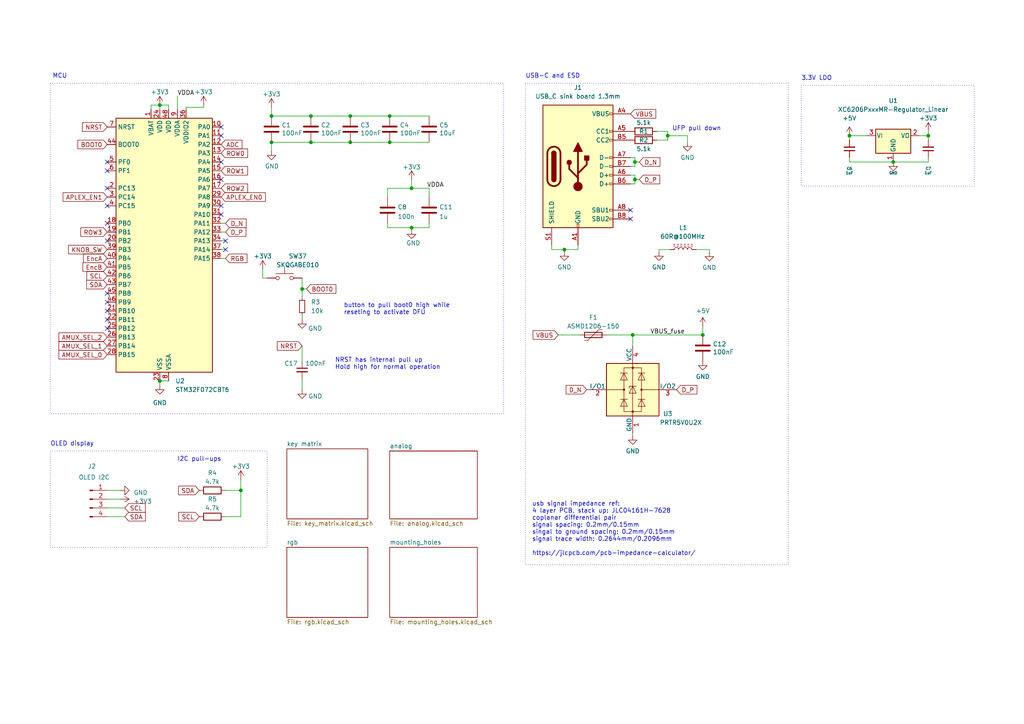
<source format=kicad_sch>
(kicad_sch (version 20230121) (generator eeschema)
  (paper "A4")
  (title_block (title "Le Capybara") (date "2023-08-22") (rev "0.1") (company "sporkus"))
  (lib_symbols
    (symbol "+5V_1" (power) (pin_names (offset 0))
      (property "Value" "+5V_1" (at 0 3.556 0))
      (symbol "+5V_1_0_1"
        (polyline (pts (xy -0.762 1.27) (xy 0 2.54)))
        (polyline (pts (xy 0 0) (xy 0 2.54)))
        (polyline (pts (xy 0 2.54) (xy 0.762 1.27)))
      )
      (symbol "+5V_1_1_1"
        (pin power_in line (at 0 0 90) (length 0) hide (name "+5V") (number "1"))
      )
    )
    (symbol "Connector:Conn_01x04_Pin" (pin_names (offset 1.016) hide)
      (property "Reference" "J" (at 0 5.08 0))
      (property "Value" "Conn_01x04_Pin" (at 0 -7.62 0))
      (symbol "Conn_01x04_Pin_1_1"
        (polyline (pts (xy 1.27 -5.08) (xy 0.8636 -5.08)) (stroke (width 0.1524)))
        (polyline (pts (xy 1.27 -2.54) (xy 0.8636 -2.54)) (stroke (width 0.1524)))
        (polyline (pts (xy 1.27 0) (xy 0.8636 0)) (stroke (width 0.1524)))
        (polyline (pts (xy 1.27 2.54) (xy 0.8636 2.54)) (stroke (width 0.1524)))
        (rectangle (start 0.8636 -4.953) (end 0 -5.207) (stroke (width 0.1524)) (fill (type outline)))
        (rectangle (start 0.8636 -2.413) (end 0 -2.667) (stroke (width 0.1524)) (fill (type outline)))
        (rectangle (start 0.8636 0.127) (end 0 -0.127) (stroke (width 0.1524)) (fill (type outline)))
        (rectangle (start 0.8636 2.667) (end 0 2.413) (stroke (width 0.1524)) (fill (type outline)))
        (pin passive line (at 5.08 2.54 180) (length 3.81) (name "Pin_1") (number "1"))
        (pin passive line (at 5.08 0 180) (length 3.81) (name "Pin_2") (number "2"))
        (pin passive line (at 5.08 -2.54 180) (length 3.81) (name "Pin_3") (number "3"))
        (pin passive line (at 5.08 -5.08 180) (length 3.81) (name "Pin_4") (number "4"))
      )
    )
    (symbol "Connector:USB_C_Receptacle_USB2.0" (pin_names (offset 1.016))
      (property "Reference" "J" (at -10.16 19.05 0))
      (property "Value" "USB_C_Receptacle_USB2.0" (at 19.05 19.05 0))
      (symbol "USB_C_Receptacle_USB2.0_0_0"
        (rectangle (start -0.254 -17.78) (end 0.254 -16.764))
        (rectangle (start 10.16 -14.986) (end 9.144 -15.494))
        (rectangle (start 10.16 -12.446) (end 9.144 -12.954))
        (rectangle (start 10.16 -4.826) (end 9.144 -5.334))
        (rectangle (start 10.16 -2.286) (end 9.144 -2.794))
        (rectangle (start 10.16 0.254) (end 9.144 -0.254))
        (rectangle (start 10.16 2.794) (end 9.144 2.286))
        (rectangle (start 10.16 7.874) (end 9.144 7.366))
        (rectangle (start 10.16 10.414) (end 9.144 9.906))
        (rectangle (start 10.16 15.494) (end 9.144 14.986))
      )
      (symbol "USB_C_Receptacle_USB2.0_0_1"
        (rectangle (start -10.16 17.78) (end 10.16 -17.78) (stroke (width 0.254)) (fill (type background)))
        (arc (start -8.89 -3.81) (mid -6.985 -5.7067) (end -5.08 -3.81) (stroke (width 0.508)))
        (arc (start -7.62 -3.81) (mid -6.985 -4.4423) (end -6.35 -3.81) (stroke (width 0.254)))
        (arc (start -7.62 -3.81) (mid -6.985 -4.4423) (end -6.35 -3.81) (stroke (width 0.254)) (fill (type outline)))
        (rectangle (start -7.62 -3.81) (end -6.35 3.81) (stroke (width 0.254)) (fill (type outline)))
        (arc (start -6.35 3.81) (mid -6.985 4.4423) (end -7.62 3.81) (stroke (width 0.254)))
        (arc (start -6.35 3.81) (mid -6.985 4.4423) (end -7.62 3.81) (stroke (width 0.254)) (fill (type outline)))
        (arc (start -5.08 3.81) (mid -6.985 5.7067) (end -8.89 3.81) (stroke (width 0.508)))
        (circle (center -2.54 1.143) (radius 0.635) (stroke (width 0.254)) (fill (type outline)))
        (circle (center 0 -5.842) (radius 1.27) (fill (type outline)))
        (polyline (pts (xy -8.89 -3.81) (xy -8.89 3.81)) (stroke (width 0.508)))
        (polyline (pts (xy -5.08 3.81) (xy -5.08 -3.81)) (stroke (width 0.508)))
        (polyline (pts (xy 0 -5.842) (xy 0 4.318)) (stroke (width 0.508)))
        (polyline (pts (xy 0 -3.302) (xy -2.54 -0.762) (xy -2.54 0.508)) (stroke (width 0.508)))
        (polyline (pts (xy 0 -2.032) (xy 2.54 0.508) (xy 2.54 1.778)) (stroke (width 0.508)))
        (polyline (pts (xy -1.27 4.318) (xy 0 6.858) (xy 1.27 4.318) (xy -1.27 4.318)) (stroke (width 0.254)) (fill (type outline)))
        (rectangle (start 1.905 1.778) (end 3.175 3.048) (stroke (width 0.254)) (fill (type outline)))
      )
      (symbol "USB_C_Receptacle_USB2.0_1_1"
        (pin passive line (at 0 -22.86 90) (length 5.08) (name "GND") (number "A1"))
        (pin passive line (at 0 -22.86 90) (length 5.08) hide (name "GND") (number "A12"))
        (pin passive line (at 15.24 15.24 180) (length 5.08) (name "VBUS") (number "A4"))
        (pin bidirectional line (at 15.24 10.16 180) (length 5.08) (name "CC1") (number "A5"))
        (pin bidirectional line (at 15.24 -2.54 180) (length 5.08) (name "D+") (number "A6"))
        (pin bidirectional line (at 15.24 2.54 180) (length 5.08) (name "D-") (number "A7"))
        (pin bidirectional line (at 15.24 -12.7 180) (length 5.08) (name "SBU1") (number "A8"))
        (pin passive line (at 15.24 15.24 180) (length 5.08) hide (name "VBUS") (number "A9"))
        (pin passive line (at 0 -22.86 90) (length 5.08) hide (name "GND") (number "B1"))
        (pin passive line (at 0 -22.86 90) (length 5.08) hide (name "GND") (number "B12"))
        (pin passive line (at 15.24 15.24 180) (length 5.08) hide (name "VBUS") (number "B4"))
        (pin bidirectional line (at 15.24 7.62 180) (length 5.08) (name "CC2") (number "B5"))
        (pin bidirectional line (at 15.24 -5.08 180) (length 5.08) (name "D+") (number "B6"))
        (pin bidirectional line (at 15.24 0 180) (length 5.08) (name "D-") (number "B7"))
        (pin bidirectional line (at 15.24 -15.24 180) (length 5.08) (name "SBU2") (number "B8"))
        (pin passive line (at 15.24 15.24 180) (length 5.08) hide (name "VBUS") (number "B9"))
        (pin passive line (at -7.62 -22.86 90) (length 5.08) (name "SHIELD") (number "S1"))
      )
    )
    (symbol "Device:C" (pin_numbers hide) (pin_names (offset 0.254))
      (property "Reference" "C" (at 0.635 2.54 0))
      (property "Value" "C" (at 0.635 -2.54 0))
      (symbol "C_0_1"
        (polyline (pts (xy -2.032 -0.762) (xy 2.032 -0.762)) (stroke (width 0.508)))
        (polyline (pts (xy -2.032 0.762) (xy 2.032 0.762)) (stroke (width 0.508)))
      )
      (symbol "C_1_1"
        (pin passive line (at 0 3.81 270) (length 2.794) (name "~") (number "1"))
        (pin passive line (at 0 -3.81 90) (length 2.794) (name "~") (number "2"))
      )
    )
    (symbol "Device:C_Small" (pin_numbers hide) (pin_names (offset 0.254) hide)
      (property "Reference" "C" (at 0.254 1.778 0))
      (property "Value" "C_Small" (at 0.254 -2.032 0))
      (symbol "C_Small_0_1"
        (polyline (pts (xy -1.524 -0.508) (xy 1.524 -0.508)) (stroke (width 0.3302)))
        (polyline (pts (xy -1.524 0.508) (xy 1.524 0.508)) (stroke (width 0.3048)))
      )
      (symbol "C_Small_1_1"
        (pin passive line (at 0 2.54 270) (length 2.032) (name "~") (number "1"))
        (pin passive line (at 0 -2.54 90) (length 2.032) (name "~") (number "2"))
      )
    )
    (symbol "Device:Polyfuse" (pin_numbers hide) (pin_names (offset 0))
      (property "Reference" "F" (at -2.54 0 90))
      (property "Value" "Polyfuse" (at 2.54 0 90))
      (symbol "Polyfuse_0_1"
        (rectangle (start -0.762 2.54) (end 0.762 -2.54) (stroke (width 0.254)))
        (polyline (pts (xy 0 2.54) (xy 0 -2.54)))
        (polyline (pts (xy -1.524 2.54) (xy -1.524 1.524) (xy 1.524 -1.524) (xy 1.524 -2.54)))
      )
      (symbol "Polyfuse_1_1"
        (pin passive line (at 0 3.81 270) (length 1.27) (name "~") (number "1"))
        (pin passive line (at 0 -3.81 90) (length 1.27) (name "~") (number "2"))
      )
    )
    (symbol "Device:R" (pin_numbers hide) (pin_names (offset 0))
      (property "Reference" "R" (at 2.032 0 90))
      (property "Value" "R" (at 0 0 90))
      (symbol "R_0_1"
        (rectangle (start -1.016 -2.54) (end 1.016 2.54) (stroke (width 0.254)))
      )
      (symbol "R_1_1"
        (pin passive line (at 0 3.81 270) (length 1.27) (name "~") (number "1"))
        (pin passive line (at 0 -3.81 90) (length 1.27) (name "~") (number "2"))
      )
    )
    (symbol "Device:R_Small" (pin_numbers hide) (pin_names (offset 0.254) hide)
      (property "Reference" "R" (at 0.762 0.508 0))
      (property "Value" "R_Small" (at 0.762 -1.016 0))
      (symbol "R_Small_0_1"
        (rectangle (start -0.762 1.778) (end 0.762 -1.778) (stroke (width 0.2032)))
      )
      (symbol "R_Small_1_1"
        (pin passive line (at 0 2.54 270) (length 0.762) (name "~") (number "1"))
        (pin passive line (at 0 -2.54 90) (length 0.762) (name "~") (number "2"))
      )
    )
    (symbol "MCU_ST_STM32F0:STM32F072CBTx"
      (property "Reference" "U" (at -12.7 39.37 0))
      (property "Value" "STM32F072CBTx" (at 10.16 39.37 0))
      (symbol "STM32F072CBTx_0_1"
        (rectangle (start -12.7 -35.56) (end 15.24 38.1) (stroke (width 0.254)) (fill (type background)))
      )
      (symbol "STM32F072CBTx_1_1"
        (pin power_in line (at -2.54 40.64 270) (length 2.54) (name "VBAT") (number "1"))
        (pin bidirectional line (at 17.78 35.56 180) (length 2.54) (name "PA0") (number "10"))
        (pin bidirectional line (at 17.78 33.02 180) (length 2.54) (name "PA1") (number "11"))
        (pin bidirectional line (at 17.78 30.48 180) (length 2.54) (name "PA2") (number "12"))
        (pin bidirectional line (at 17.78 27.94 180) (length 2.54) (name "PA3") (number "13"))
        (pin bidirectional line (at 17.78 25.4 180) (length 2.54) (name "PA4") (number "14"))
        (pin bidirectional line (at 17.78 22.86 180) (length 2.54) (name "PA5") (number "15"))
        (pin bidirectional line (at 17.78 20.32 180) (length 2.54) (name "PA6") (number "16"))
        (pin bidirectional line (at 17.78 17.78 180) (length 2.54) (name "PA7") (number "17"))
        (pin bidirectional line (at -15.24 7.62 0) (length 2.54) (name "PB0") (number "18"))
        (pin bidirectional line (at -15.24 5.08 0) (length 2.54) (name "PB1") (number "19"))
        (pin bidirectional line (at -15.24 17.78 0) (length 2.54) (name "PC13") (number "2"))
        (pin bidirectional line (at -15.24 2.54 0) (length 2.54) (name "PB2") (number "20"))
        (pin bidirectional line (at -15.24 -17.78 0) (length 2.54) (name "PB10") (number "21"))
        (pin bidirectional line (at -15.24 -20.32 0) (length 2.54) (name "PB11") (number "22"))
        (pin power_in line (at 0 -38.1 90) (length 2.54) (name "VSS") (number "23"))
        (pin power_in line (at 0 40.64 270) (length 2.54) (name "VDD") (number "24"))
        (pin bidirectional line (at -15.24 -22.86 0) (length 2.54) (name "PB12") (number "25"))
        (pin bidirectional line (at -15.24 -25.4 0) (length 2.54) (name "PB13") (number "26"))
        (pin bidirectional line (at -15.24 -27.94 0) (length 2.54) (name "PB14") (number "27"))
        (pin bidirectional line (at -15.24 -30.48 0) (length 2.54) (name "PB15") (number "28"))
        (pin bidirectional line (at 17.78 15.24 180) (length 2.54) (name "PA8") (number "29"))
        (pin bidirectional line (at -15.24 15.24 0) (length 2.54) (name "PC14") (number "3"))
        (pin bidirectional line (at 17.78 12.7 180) (length 2.54) (name "PA9") (number "30"))
        (pin bidirectional line (at 17.78 10.16 180) (length 2.54) (name "PA10") (number "31"))
        (pin bidirectional line (at 17.78 7.62 180) (length 2.54) (name "PA11") (number "32"))
        (pin bidirectional line (at 17.78 5.08 180) (length 2.54) (name "PA12") (number "33"))
        (pin bidirectional line (at 17.78 2.54 180) (length 2.54) (name "PA13") (number "34"))
        (pin passive line (at 0 -38.1 90) (length 2.54) hide (name "VSS") (number "35"))
        (pin power_in line (at 7.62 40.64 270) (length 2.54) (name "VDDIO2") (number "36"))
        (pin bidirectional line (at 17.78 0 180) (length 2.54) (name "PA14") (number "37"))
        (pin bidirectional line (at 17.78 -2.54 180) (length 2.54) (name "PA15") (number "38"))
        (pin bidirectional line (at -15.24 0 0) (length 2.54) (name "PB3") (number "39"))
        (pin bidirectional line (at -15.24 12.7 0) (length 2.54) (name "PC15") (number "4"))
        (pin bidirectional line (at -15.24 -2.54 0) (length 2.54) (name "PB4") (number "40"))
        (pin bidirectional line (at -15.24 -5.08 0) (length 2.54) (name "PB5") (number "41"))
        (pin bidirectional line (at -15.24 -7.62 0) (length 2.54) (name "PB6") (number "42"))
        (pin bidirectional line (at -15.24 -10.16 0) (length 2.54) (name "PB7") (number "43"))
        (pin input line (at -15.24 30.48 0) (length 2.54) (name "BOOT0") (number "44"))
        (pin bidirectional line (at -15.24 -12.7 0) (length 2.54) (name "PB8") (number "45"))
        (pin bidirectional line (at -15.24 -15.24 0) (length 2.54) (name "PB9") (number "46"))
        (pin passive line (at 0 -38.1 90) (length 2.54) hide (name "VSS") (number "47"))
        (pin power_in line (at 2.54 40.64 270) (length 2.54) (name "VDD") (number "48"))
        (pin bidirectional line (at -15.24 25.4 0) (length 2.54) (name "PF0") (number "5"))
        (pin bidirectional line (at -15.24 22.86 0) (length 2.54) (name "PF1") (number "6"))
        (pin input line (at -15.24 35.56 0) (length 2.54) (name "NRST") (number "7"))
        (pin power_in line (at 2.54 -38.1 90) (length 2.54) (name "VSSA") (number "8"))
        (pin power_in line (at 5.08 40.64 270) (length 2.54) (name "VDDA") (number "9"))
      )
    )
    (symbol "Power_Protection:PRTR5V0U2X" (pin_names (offset 0))
      (property "Reference" "D" (at 2.794 8.636 0))
      (property "Value" "PRTR5V0U2X" (at 8.128 -9.398 0))
      (symbol "PRTR5V0U2X_0_1"
        (rectangle (start -7.62 -7.62) (end 7.62 7.62) (stroke (width 0.254)) (fill (type background)))
        (circle (center -2.54 0) (radius 0.254) (fill (type outline)))
        (rectangle (start -2.54 6.35) (end 2.54 -6.35))
        (circle (center 0 -6.35) (radius 0.254) (fill (type outline)))
        (polyline (pts (xy -2.54 0) (xy -7.62 0)))
        (polyline (pts (xy -1.524 -2.794) (xy -3.556 -2.794)))
        (polyline (pts (xy -1.524 4.826) (xy -3.556 4.826)))
        (polyline (pts (xy 0 -7.62) (xy 0 7.62)))
        (polyline (pts (xy 1.524 -2.794) (xy 3.556 -2.794)))
        (polyline (pts (xy 1.524 4.826) (xy 3.556 4.826)))
        (polyline (pts (xy 2.54 0) (xy 7.62 0)))
        (polyline (pts (xy 1.016 1.016) (xy -1.016 1.016) (xy -1.016 0.508)))
        (polyline (pts (xy -3.556 -4.826) (xy -1.524 -4.826) (xy -2.54 -2.794) (xy -3.556 -4.826)))
        (polyline (pts (xy -3.556 2.794) (xy -1.524 2.794) (xy -2.54 4.826) (xy -3.556 2.794)))
        (polyline (pts (xy -1.016 -1.016) (xy 1.016 -1.016) (xy 0 1.016) (xy -1.016 -1.016)))
        (polyline (pts (xy 3.556 -4.826) (xy 1.524 -4.826) (xy 2.54 -2.794) (xy 3.556 -4.826)))
        (polyline (pts (xy 3.556 2.794) (xy 1.524 2.794) (xy 2.54 4.826) (xy 3.556 2.794)))
        (circle (center 0 6.35) (radius 0.254) (fill (type outline)))
        (circle (center 2.54 0) (radius 0.254) (fill (type outline)))
      )
      (symbol "PRTR5V0U2X_1_1"
        (pin passive line (at 0 -12.7 90) (length 5.08) (name "GND") (number "1"))
        (pin passive line (at -12.7 0 0) (length 5.08) (name "I/O1") (number "2"))
        (pin passive line (at 12.7 0 180) (length 5.08) (name "I/O2") (number "3"))
        (pin passive line (at 0 12.7 270) (length 5.08) (name "VCC") (number "4"))
      )
    )
    (symbol "Switch:SW_Push" (pin_numbers hide) (pin_names (offset 1.016) hide)
      (property "Reference" "SW" (at 1.27 2.54 0))
      (property "Value" "SW_Push" (at 0 -1.524 0))
      (symbol "SW_Push_0_1"
        (circle (center -2.032 0) (radius 0.508))
        (polyline (pts (xy 0 1.27) (xy 0 3.048)))
        (polyline (pts (xy 2.54 1.27) (xy -2.54 1.27)))
        (circle (center 2.032 0) (radius 0.508))
        (pin passive line (at -5.08 0 0) (length 2.54) (name "1") (number "1"))
        (pin passive line (at 5.08 0 180) (length 2.54) (name "2") (number "2"))
      )
    )
    (symbol "Unified-Daughterboard-rescue:L_Core_Ferrite-Device" (pin_numbers hide) (pin_names (offset 1.016) hide)
      (property "Reference" "L" (at -1.27 0 90))
      (property "Value" "Device_L_Core_Ferrite" (at 2.794 0 90))
      (symbol "L_Core_Ferrite-Device_0_1"
        (arc (start 0 -2.54) (mid 0.6323 -1.905) (end 0 -1.27))
        (arc (start 0 -1.27) (mid 0.6323 -0.635) (end 0 0))
        (polyline (pts (xy 1.016 -2.794) (xy 1.016 -2.286)))
        (polyline (pts (xy 1.016 -1.778) (xy 1.016 -1.27)))
        (polyline (pts (xy 1.016 -0.762) (xy 1.016 -0.254)))
        (polyline (pts (xy 1.016 0.254) (xy 1.016 0.762)))
        (polyline (pts (xy 1.016 1.27) (xy 1.016 1.778)))
        (polyline (pts (xy 1.016 2.286) (xy 1.016 2.794)))
        (polyline (pts (xy 1.524 -2.286) (xy 1.524 -2.794)))
        (polyline (pts (xy 1.524 -1.27) (xy 1.524 -1.778)))
        (polyline (pts (xy 1.524 -0.254) (xy 1.524 -0.762)))
        (polyline (pts (xy 1.524 0.762) (xy 1.524 0.254)))
        (polyline (pts (xy 1.524 1.778) (xy 1.524 1.27)))
        (polyline (pts (xy 1.524 2.794) (xy 1.524 2.286)))
        (arc (start 0 0) (mid 0.6323 0.635) (end 0 1.27))
        (arc (start 0 1.27) (mid 0.6323 1.905) (end 0 2.54))
      )
      (symbol "L_Core_Ferrite-Device_1_1"
        (pin passive line (at 0 3.81 270) (length 1.27) (name "1") (number "1"))
        (pin passive line (at 0 -3.81 90) (length 1.27) (name "2") (number "2"))
      )
    )
    (symbol "kicad-keyboard-parts:XC6206PxxxMR-Regulator_Linear" (pin_names (offset 0.254))
      (property "Reference" "U" (at -3.81 3.175 0))
      (property "Value" "XC6206PxxxMR-Regulator_Linear" (at 0 3.175 0))
      (property "LCSC" "C5446" (at 0 0 0))
      (symbol "XC6206PxxxMR-Regulator_Linear_0_1"
        (rectangle (start -5.08 1.905) (end 5.08 -5.08) (stroke (width 0.254)) (fill (type background)))
      )
      (symbol "XC6206PxxxMR-Regulator_Linear_1_1"
        (pin power_in line (at 0 -7.62 90) (length 2.54) (name "GND") (number "1"))
        (pin power_out line (at 7.62 0 180) (length 2.54) (name "VO") (number "2"))
        (pin power_in line (at -7.62 0 0) (length 2.54) (name "VI") (number "3"))
      )
    )
    (symbol "power:+3.3V" (power) (pin_names (offset 0))
      (property "Value" "+3.3V" (at 0 3.556 0))
      (symbol "+3.3V_0_1"
        (polyline (pts (xy -0.762 1.27) (xy 0 2.54)))
        (polyline (pts (xy 0 0) (xy 0 2.54)))
        (polyline (pts (xy 0 2.54) (xy 0.762 1.27)))
      )
      (symbol "+3.3V_1_1"
        (pin power_in line (at 0 0 90) (length 0) hide (name "+3V3") (number "1"))
      )
    )
    (symbol "power:+3V3" (power) (pin_names (offset 0))
      (property "Value" "+3V3" (at 0 3.556 0))
      (symbol "+3V3_0_1"
        (polyline (pts (xy -0.762 1.27) (xy 0 2.54)))
        (polyline (pts (xy 0 0) (xy 0 2.54)))
        (polyline (pts (xy 0 2.54) (xy 0.762 1.27)))
      )
      (symbol "+3V3_1_1"
        (pin power_in line (at 0 0 90) (length 0) hide (name "+3V3") (number "1"))
      )
    )
    (symbol "power:+5V" (power) (pin_names (offset 0))
      (property "Value" "+5V" (at 0 3.556 0))
      (symbol "+5V_0_1"
        (polyline (pts (xy -0.762 1.27) (xy 0 2.54)))
        (polyline (pts (xy 0 0) (xy 0 2.54)))
        (polyline (pts (xy 0 2.54) (xy 0.762 1.27)))
      )
      (symbol "+5V_1_1"
        (pin power_in line (at 0 0 90) (length 0) hide (name "+5V") (number "1"))
      )
    )
    (symbol "power:GND" (power) (pin_names (offset 0))
      (property "Value" "GND" (at 0 -3.81 0))
      (symbol "GND_0_1"
        (polyline (pts (xy 0 0) (xy 0 -1.27) (xy 1.27 -1.27) (xy 0 -2.54) (xy -1.27 -1.27) (xy 0 -1.27)))
      )
      (symbol "GND_1_1"
        (pin power_in line (at 0 0 270) (length 0) hide (name "GND") (number "1"))
      )
    )
  )
  (junction (at 46.355 110.49))
  (junction (at 119.38 54.61))
  (junction (at 113.03 33.655))
  (junction (at 46.355 30.48))
  (junction (at 269.24 39.37))
  (junction (at 90.17 33.655))
  (junction (at 184.15 52.07))
  (junction (at 184.15 46.99))
  (junction (at 193.675 39.37))
  (junction (at 101.6 33.655))
  (junction (at 259.08 46.99) (diameter 0.9144))
  (junction (at 203.835 97.155))
  (junction (at 69.85 142.24))
  (junction (at 183.515 97.155))
  (junction (at 163.703 72.39))
  (junction (at 90.17 41.275))
  (junction (at 119.38 66.04))
  (junction (at 78.74 41.275))
  (junction (at 87.63 83.82))
  (junction (at 78.74 33.655))
  (junction (at 101.6 41.275))
  (junction (at 246.38 39.37) (diameter 0.9144))
  (junction (at 113.03 41.275))
  (no_connect (at 31.115 69.85))
  (no_connect (at 64.135 39.37))
  (no_connect (at 64.135 46.99))
  (no_connect (at 31.115 49.53))
  (no_connect (at 64.135 52.07))
  (no_connect (at 31.115 87.63))
  (no_connect (at 31.115 54.61))
  (no_connect (at 31.115 95.25))
  (no_connect (at 64.135 59.69))
  (no_connect (at 65.405 69.85))
  (no_connect (at 64.135 36.83))
  (no_connect (at 182.88 60.96))
  (no_connect (at 31.115 90.17))
  (no_connect (at 31.115 64.77))
  (no_connect (at 31.115 46.99))
  (no_connect (at 31.115 59.69))
  (no_connect (at 65.405 72.39))
  (no_connect (at 31.115 92.71))
  (no_connect (at 31.115 85.09))
  (no_connect (at 64.135 62.23))
  (no_connect (at 182.88 63.5))
  (wire (pts (xy 46.355 111.76) (xy 46.355 110.49)))
  (wire (pts (xy 87.63 91.44) (xy 87.63 92.71)))
  (wire (pts (xy 76.2 80.645) (xy 76.2 78.105)))
  (wire (pts (xy 34.925 142.24) (xy 31.115 142.24)))
  (wire (pts (xy 259.08 46.99) (xy 269.24 46.99)))
  (wire (pts (xy 269.24 38.1) (xy 269.24 39.37)))
  (wire (pts (xy 184.15 45.72) (xy 184.15 46.99)))
  (wire (pts (xy 90.17 33.655) (xy 78.74 33.655)))
  (wire (pts (xy 101.6 41.275) (xy 113.03 41.275)))
  (wire (pts (xy 124.46 64.77) (xy 124.46 66.04)))
  (wire (pts (xy 205.74 72.39) (xy 201.93 72.39)))
  (wire (pts (xy 119.38 66.04) (xy 124.46 66.04)))
  (wire (pts (xy 161.925 97.155) (xy 168.275 97.155)))
  (wire (pts (xy 46.355 30.48) (xy 48.895 30.48)))
  (wire (pts (xy 193.675 39.37) (xy 193.675 38.1)))
  (wire (pts (xy 87.63 80.645) (xy 87.63 83.82)))
  (wire (pts (xy 184.15 50.8) (xy 184.15 52.07)))
  (wire (pts (xy 269.24 39.37) (xy 269.24 40.64)))
  (wire (pts (xy 43.815 30.48) (xy 43.815 31.75)))
  (wire (pts (xy 167.64 72.39) (xy 167.64 71.12)))
  (wire (pts (xy 53.975 31.115) (xy 53.975 31.75)))
  (wire (pts (xy 65.405 67.31) (xy 64.135 67.31)))
  (wire (pts (xy 160.02 71.12) (xy 160.02 72.39)))
  (wire (pts (xy 51.435 27.94) (xy 51.435 31.75)))
  (wire (pts (xy 65.405 149.86) (xy 69.85 149.86)))
  (wire (pts (xy 87.63 83.82) (xy 87.63 86.36)))
  (wire (pts (xy 184.15 53.34) (xy 184.15 52.07)))
  (wire (pts (xy 205.74 73.152) (xy 205.74 72.39)))
  (wire (pts (xy 36.195 147.32) (xy 31.115 147.32)))
  (wire (pts (xy 112.395 64.77) (xy 112.395 66.04)))
  (wire (pts (xy 163.703 72.39) (xy 167.64 72.39)))
  (wire (pts (xy 87.63 113.03) (xy 87.63 109.855)))
  (wire (pts (xy 182.88 48.26) (xy 184.15 48.26)))
  (wire (pts (xy 160.02 72.39) (xy 163.703 72.39)))
  (wire (pts (xy 36.195 149.86) (xy 31.115 149.86)))
  (wire (pts (xy 119.38 66.04) (xy 119.38 66.675)))
  (wire (pts (xy 59.055 30.48) (xy 59.055 31.115)))
  (wire (pts (xy 113.03 41.275) (xy 124.46 41.275)))
  (wire (pts (xy 269.24 45.72) (xy 269.24 46.99)))
  (wire (pts (xy 266.7 39.37) (xy 269.24 39.37)))
  (wire (pts (xy 191.135 72.39) (xy 194.31 72.39)))
  (wire (pts (xy 246.38 39.37) (xy 251.46 39.37)))
  (wire (pts (xy 87.63 100.33) (xy 87.63 104.775)))
  (wire (pts (xy 78.74 43.815) (xy 78.74 41.275)))
  (wire (pts (xy 246.38 39.37) (xy 246.38 40.64)))
  (wire (pts (xy 124.46 54.61) (xy 124.46 57.15)))
  (wire (pts (xy 190.5 38.1) (xy 193.675 38.1)))
  (wire (pts (xy 199.39 39.37) (xy 199.39 41.275)))
  (wire (pts (xy 101.6 33.655) (xy 113.03 33.655)))
  (wire (pts (xy 193.675 39.37) (xy 199.39 39.37)))
  (wire (pts (xy 203.835 94.615) (xy 203.835 97.155)))
  (wire (pts (xy 65.405 64.77) (xy 64.135 64.77)))
  (wire (pts (xy 191.135 73.025) (xy 191.135 72.39)))
  (wire (pts (xy 163.703 73.025) (xy 163.703 72.39)))
  (wire (pts (xy 182.88 50.8) (xy 184.15 50.8)))
  (wire (pts (xy 112.395 57.15) (xy 112.395 54.61)))
  (wire (pts (xy 182.88 53.34) (xy 184.15 53.34)))
  (wire (pts (xy 65.405 72.39) (xy 64.135 72.39)))
  (wire (pts (xy 77.47 80.645) (xy 76.2 80.645)))
  (wire (pts (xy 190.5 40.64) (xy 193.675 40.64)))
  (wire (pts (xy 182.88 45.72) (xy 184.15 45.72)))
  (wire (pts (xy 183.515 97.155) (xy 203.835 97.155)))
  (wire (pts (xy 183.515 97.155) (xy 183.515 100.33)))
  (wire (pts (xy 69.85 142.24) (xy 65.405 142.24)))
  (wire (pts (xy 246.38 45.72) (xy 246.38 46.99)))
  (wire (pts (xy 170.18 113.03) (xy 170.815 113.03)))
  (wire (pts (xy 259.08 46.99) (xy 246.38 46.99)))
  (wire (pts (xy 65.405 69.85) (xy 64.135 69.85)))
  (wire (pts (xy 90.17 41.275) (xy 101.6 41.275)))
  (wire (pts (xy 175.895 97.155) (xy 183.515 97.155)))
  (wire (pts (xy 34.925 144.78) (xy 31.115 144.78)))
  (wire (pts (xy 112.395 54.61) (xy 119.38 54.61)))
  (wire (pts (xy 193.675 40.64) (xy 193.675 39.37)))
  (wire (pts (xy 46.355 110.49) (xy 48.895 110.49)))
  (wire (pts (xy 184.15 46.99) (xy 184.15 48.26)))
  (wire (pts (xy 65.405 74.93) (xy 64.135 74.93)))
  (wire (pts (xy 113.03 33.655) (xy 124.46 33.655)))
  (wire (pts (xy 90.17 33.655) (xy 101.6 33.655)))
  (wire (pts (xy 48.895 30.48) (xy 48.895 31.75)))
  (wire (pts (xy 46.355 30.48) (xy 46.355 31.75)))
  (wire (pts (xy 184.15 52.07) (xy 185.42 52.07)))
  (wire (pts (xy 43.815 30.48) (xy 46.355 30.48)))
  (wire (pts (xy 78.74 31.115) (xy 78.74 33.655)))
  (wire (pts (xy 69.85 139.065) (xy 69.85 142.24)))
  (wire (pts (xy 112.395 66.04) (xy 119.38 66.04)))
  (wire (pts (xy 119.38 52.07) (xy 119.38 54.61)))
  (wire (pts (xy 59.055 31.115) (xy 53.975 31.115)))
  (wire (pts (xy 87.63 83.82) (xy 88.9 83.82)))
  (wire (pts (xy 184.15 46.99) (xy 185.42 46.99)))
  (wire (pts (xy 90.17 41.275) (xy 78.74 41.275)))
  (wire (pts (xy 119.38 54.61) (xy 124.46 54.61)))
  (wire (pts (xy 69.85 149.86) (xy 69.85 142.24)))
  (wire (pts (xy 183.515 126.365) (xy 183.515 125.73)))
  (rectangle (start 232.41 24.765) (end 282.575 53.975) (stroke (width 0) (type dot)))
  (rectangle (start 14.605 130.81) (end 77.47 158.75) (stroke (width 0) (type dot)))
  (rectangle (start 152.4 24.13) (end 228.6 163.83) (stroke (width 0) (type dot)))
  (rectangle (start 14.605 24.13) (end 146.05 120.015) (stroke (width 0) (type dot)))
  (text "button to pull boot0 high while \nreseting to activate DFU" (at 99.695 91.44 0) (effects (font (size 1.27 1.27)) (justify left bottom)))
  (text "I2C pull-ups" (at 51.435 133.985 0) (effects (font (size 1.27 1.27)) (justify left bottom)))
  (text "UFP pull down" (at 194.945 38.1 0) (effects (font (size 1.27 1.27)) (justify left bottom)))
  (text "usb signal impedance ref:\n4 layer PCB, stack up: JLC04161H-7628\ncoplanar differential pair \nsignal spacing: 0.2mm/0.15mm\nsingal to ground spacing: 0.2mm/0.15mm\nsignal trace width: 0.2644mm/0.2096mm\n\nhttps://jlcpcb.com/pcb-impedance-calculator/" (at 154.305 161.29 0) (effects (font (size 1.27 1.27)) (justify left bottom)))
  (text "MCU" (at 15.24 22.86 0) (effects (font (size 1.27 1.27)) (justify left bottom)))
  (text "3.3V LDO" (at 232.41 23.495 0) (effects (font (size 1.27 1.27)) (justify left bottom)))
  (text "USB-C and ESD" (at 152.4 22.86 0) (effects (font (size 1.27 1.27)) (justify left bottom)))
  (text "OLED display" (at 14.605 129.54 0) (effects (font (size 1.27 1.27)) (justify left bottom)))
  (text "NRST has internal pull up\nHold high for normal operation" (at 97.155 107.315 0) (effects (font (size 1.27 1.27)) (justify left bottom)))
  (label "VDDA" (at 51.435 27.94 0))
  (label "VBUS_fuse" (at 188.595 97.155 0))
  (label "VDDA" (at 123.825 54.61 0))
  (global_label "AMUX_SEL_2" (shape input) (at 31.115 97.79 180) (property "Intersheetrefs" "${INTERSHEET_REFS}" (effects hide)))
  (global_label "D_N" (shape input) (at 170.18 113.03 180) (property "Intersheetrefs" "${INTERSHEET_REFS}" (effects hide)))
  (global_label "D_P" (shape input) (at 185.42 52.07 0) (property "Intersheetrefs" "${INTERSHEET_REFS}" (effects hide)))
  (global_label "VBUS" (shape input) (at 161.925 97.155 180) (property "Intersheetrefs" "${INTERSHEET_REFS}" (effects hide)))
  (global_label "AMUX_SEL_1" (shape input) (at 31.115 100.33 180) (property "Intersheetrefs" "${INTERSHEET_REFS}" (effects hide)))
  (global_label "ADC" (shape input) (at 64.135 41.91 0) (property "Intersheetrefs" "${INTERSHEET_REFS}" (effects hide)))
  (global_label "D_P" (shape input) (at 196.215 113.03 0) (property "Intersheetrefs" "${INTERSHEET_REFS}" (effects hide)))
  (global_label "ROW1" (shape input) (at 64.135 49.53 0) (property "Intersheetrefs" "${INTERSHEET_REFS}" (effects hide)))
  (global_label "BOOT0" (shape input) (at 88.9 83.82 0) (property "Intersheetrefs" "${INTERSHEET_REFS}" (effects hide)))
  (global_label "SCL" (shape input) (at 36.195 147.32 0) (property "Intersheetrefs" "${INTERSHEET_REFS}" (effects hide)))
  (global_label "ROW3" (shape input) (at 31.115 67.31 180) (property "Intersheetrefs" "${INTERSHEET_REFS}" (effects hide)))
  (global_label "EncB" (shape input) (at 31.115 77.47 180) (property "Intersheetrefs" "${INTERSHEET_REFS}" (effects hide)))
  (global_label "ROW2" (shape input) (at 64.135 54.61 0) (property "Intersheetrefs" "${INTERSHEET_REFS}" (effects hide)))
  (global_label "AMUX_SEL_0" (shape input) (at 31.115 102.87 180) (property "Intersheetrefs" "${INTERSHEET_REFS}" (effects hide)))
  (global_label "EncA" (shape input) (at 31.115 74.93 180) (property "Intersheetrefs" "${INTERSHEET_REFS}" (effects hide)))
  (global_label "SCL" (shape input) (at 31.115 80.01 180) (property "Intersheetrefs" "${INTERSHEET_REFS}" (effects hide)))
  (global_label "APLEX_EN0" (shape input) (at 64.135 57.15 0) (property "Intersheetrefs" "${INTERSHEET_REFS}" (effects hide)))
  (global_label "APLEX_EN1" (shape input) (at 31.115 57.15 180) (property "Intersheetrefs" "${INTERSHEET_REFS}" (effects hide)))
  (global_label "ROW0" (shape input) (at 64.135 44.45 0) (property "Intersheetrefs" "${INTERSHEET_REFS}" (effects hide)))
  (global_label "SDA" (shape input) (at 36.195 149.86 0) (property "Intersheetrefs" "${INTERSHEET_REFS}" (effects hide)))
  (global_label "SCL" (shape input) (at 57.785 149.86 180) (property "Intersheetrefs" "${INTERSHEET_REFS}" (effects hide)))
  (global_label "BOOT0" (shape input) (at 31.115 41.91 180) (property "Intersheetrefs" "${INTERSHEET_REFS}" (effects hide)))
  (global_label "KNOB_SW" (shape input) (at 31.115 72.39 180) (property "Intersheetrefs" "${INTERSHEET_REFS}" (effects hide)))
  (global_label "NRST" (shape input) (at 87.63 100.33 180) (property "Intersheetrefs" "${INTERSHEET_REFS}" (effects hide)))
  (global_label "D_P" (shape input) (at 65.405 67.31 0) (property "Intersheetrefs" "${INTERSHEET_REFS}" (effects hide)))
  (global_label "VBUS" (shape input) (at 182.88 33.02 0) (property "Intersheetrefs" "${INTERSHEET_REFS}" (effects hide)))
  (global_label "D_N" (shape input) (at 65.405 64.77 0) (property "Intersheetrefs" "${INTERSHEET_REFS}" (effects hide)))
  (global_label "SDA" (shape input) (at 31.115 82.55 180) (property "Intersheetrefs" "${INTERSHEET_REFS}" (effects hide)))
  (global_label "RGB" (shape input) (at 65.405 74.93 0) (property "Intersheetrefs" "${INTERSHEET_REFS}" (effects hide)))
  (global_label "SDA" (shape input) (at 57.785 142.24 180) (property "Intersheetrefs" "${INTERSHEET_REFS}" (effects hide)))
  (global_label "NRST" (shape input) (at 31.115 36.83 180) (property "Intersheetrefs" "${INTERSHEET_REFS}" (effects hide)))
  (global_label "D_N" (shape input) (at 185.42 46.99 0) (property "Intersheetrefs" "${INTERSHEET_REFS}" (effects hide)))
  (symbol (lib_id "Device:C_Small") (at 246.38 43.18 180) (unit 1)
    (property "Reference" "C6" (at 246.38 48.895 0) (effects (font (size 0.762 0.762))))
    (property "Value" "1uF" (at 246.38 50.165 0) (effects (font (size 0.762 0.762))))
    (property "Footprint" "Capacitor_SMD:C_0402_1005Metric" (effects hide))
    (property "LCSC" "C52923" (effects hide))
  )
  (symbol (lib_id "Unified-Daughterboard-rescue:L_Core_Ferrite-Device") (at 198.12 72.39 90) (unit 1)
    (property "Reference" "L1" (at 199.39 66.04 90) (effects (justify left)))
    (property "Value" "60R@100MHz" (at 204.47 68.58 90) (effects (justify left)))
    (property "Footprint" "Inductor_SMD:L_1206_3216Metric" (effects hide))
    (property "Manufacturer" "MELED Industrial" (effects hide))
    (property "Manufacturer Part No" "MLB3216-600P4A(f)" (effects hide))
    (property "LCSC" "C33600" (effects hide))
    (property "Package" "L1206" (effects hide))
  )
  (symbol (lib_id "power:GND") (at 87.63 92.71 0) (unit 1)
    (property "Reference" "#PWR016" (effects hide))
    (property "Value" "GND" (at 91.44 95.25 0))
  )
  (symbol (lib_id "Device:C_Small") (at 269.24 43.18 180) (unit 1)
    (property "Reference" "C7" (at 269.24 48.895 0) (effects (font (size 0.762 0.762))))
    (property "Value" "1uF" (at 269.24 50.165 0) (effects (font (size 0.762 0.762))))
    (property "Footprint" "Capacitor_SMD:C_0402_1005Metric" (effects hide))
    (property "LCSC" "C52923" (effects hide))
  )
  (symbol (lib_id "Connector:USB_C_Receptacle_USB2.0") (at 167.64 48.26 0) (unit 1)
    (property "Reference" "J1" (at 167.64 25.4 0))
    (property "Value" "USB_C sink board 1.3mm" (at 167.64 27.94 0))
    (property "Footprint" "USB4510-03-1-A:USB4510031A" (effects hide))
    (property "Datasheet" "https://datasheet.lcsc.com/lcsc/2206021145_G-Switch-GT-USB-7014G_C3019717.pdf" (effects hide))
    (property "JlcRotOffset" "180" (effects hide))
    (property "JlcPosOffset" "0,1.35" (effects hide))
    (property "LCSC" "C3019717" (effects hide))
  )
  (symbol (lib_id "power:GND") (at 199.39 41.275 0) (unit 1)
    (property "Reference" "#PWR023" (effects hide))
    (property "Value" "GND" (at 199.39 45.72 0))
  )
  (symbol (lib_id "power:+3V3") (at 59.055 30.48 0) (unit 1)
    (property "Reference" "#PWR03" (effects hide))
    (property "Value" "+3V3" (at 59.055 26.67 0))
  )
  (symbol (lib_id "Power_Protection:PRTR5V0U2X") (at 183.515 113.03 0) (unit 1)
    (property "Reference" "U3" (at 193.675 120.015 0))
    (property "Value" "PRTR5V0U2X" (at 197.485 122.555 0))
    (property "Footprint" "Package_TO_SOT_SMD:SOT-143" (effects hide))
    (property "Datasheet" "https://assets.nexperia.com/documents/data-sheet/PRTR5V0U2X.pdf" (effects hide))
    (property "LCSC" "C2827688" (effects hide))
    (property "JlcRotOffset" "90" (effects hide))
  )
  (symbol (lib_id "Device:C") (at 112.395 60.96 0) (unit 1)
    (property "Reference" "C8" (at 115.316 60.0515 0) (effects (justify left)))
    (property "Value" "100n" (at 115.316 62.8266 0) (effects (justify left)))
    (property "Footprint" "Capacitor_SMD:C_0402_1005Metric" (effects hide))
  )
  (symbol (lib_id "Device:R") (at 61.595 149.86 90) (unit 1)
    (property "Reference" "R5" (at 61.595 144.78 90))
    (property "Value" "4.7k" (at 61.595 147.32 90))
    (property "Footprint" "Resistor_SMD:R_0402_1005Metric" (effects hide))
  )
  (symbol (lib_id "MCU_ST_STM32F0:STM32F072CBTx") (at 46.355 72.39 0) (unit 1)
    (property "Reference" "U2" (at 50.8509 110.49 0) (effects (justify left)))
    (property "Value" "STM32F072CBT6" (at 50.8509 113.03 0) (effects (justify left)))
    (property "Footprint" "Package_QFP:LQFP-48_7x7mm_P0.5mm" (effects hide))
    (property "Datasheet" "https://www.st.com/resource/en/datasheet/stm32f072cb.pdf" (effects hide))
    (property "JlcRotOffset" "90" (effects hide))
  )
  (symbol (lib_id "power:+3V3") (at 69.85 139.065 0) (unit 1)
    (property "Reference" "#PWR038" (effects hide))
    (property "Value" "+3V3" (at 69.85 135.255 0))
  )
  (symbol (lib_id "power:GND") (at 203.835 104.775 0) (unit 1)
    (property "Reference" "#PWR018" (effects hide))
    (property "Value" "GND" (at 203.835 109.22 0))
  )
  (symbol (lib_id "power:GND") (at 46.355 111.76 0) (unit 1)
    (property "Reference" "#PWR021" (effects hide))
    (property "Value" "GND" (at 46.355 116.84 0))
  )
  (symbol (lib_id "power:+3V3") (at 34.925 144.78 270) (unit 1)
    (property "Reference" "#PWR040" (effects hide))
    (property "Value" "+3V3" (at 38.735 145.415 90) (effects (justify left)))
  )
  (symbol (lib_id "Device:C") (at 113.03 37.465 0) (unit 1)
    (property "Reference" "C4" (at 115.951 36.2966 0) (effects (justify left)))
    (property "Value" "100nF" (at 115.951 38.608 0) (effects (justify left)))
    (property "Footprint" "Capacitor_SMD:C_0402_1005Metric" (effects hide))
    (property "LCSC" "C307331" (effects hide))
  )
  (symbol (lib_id "power:GND") (at 87.63 113.03 0) (mirror y) (unit 1)
    (property "Reference" "#PWR022" (effects hide))
    (property "Value" "GND" (at 91.44 114.935 0))
  )
  (symbol (lib_id "kicad-keyboard-parts:XC6206PxxxMR-Regulator_Linear") (at 259.08 39.37 0) (unit 1)
    (property "Reference" "U1" (at 259.08 29.21 0))
    (property "Value" "XC6206PxxxMR-Regulator_Linear" (at 259.08 31.75 0))
    (property "Footprint" "Package_TO_SOT_SMD:SOT-23" (effects hide))
    (property "Datasheet" "https://www.torexsemi.com/file/xc6206/XC6206.pdf" (effects hide))
    (property "LCSC" "C5446" (effects hide))
    (property "JlcRotOffset" "180" (effects hide))
  )
  (symbol (lib_id "power:GND") (at 191.135 73.025 0) (unit 1)
    (property "Reference" "#PWR013" (effects hide))
    (property "Value" "GND" (at 191.135 77.47 0))
  )
  (symbol (lib_id "power:GND") (at 119.38 66.675 0) (unit 1)
    (property "Reference" "#PWR011" (effects hide))
    (property "Value" "GND" (at 121.92 70.485 0) (effects (justify right)))
  )
  (symbol (lib_id "power:GND") (at 78.74 43.815 0) (unit 1)
    (property "Reference" "#PWR08" (effects hide))
    (property "Value" "GND" (at 78.867 48.2092 0))
  )
  (symbol (lib_id "power:+3V3") (at 78.74 31.115 0) (unit 1)
    (property "Reference" "#PWR04" (effects hide))
    (property "Value" "+3V3" (at 78.74 27.305 0))
  )
  (symbol (lib_id "power:GND") (at 183.515 126.365 0) (unit 1)
    (property "Reference" "#PWR014" (effects hide))
    (property "Value" "GND" (at 183.515 130.81 0))
  )
  (symbol (lib_id "power:+3V3") (at 46.355 30.48 0) (unit 1)
    (property "Reference" "#PWR01" (effects hide))
    (property "Value" "+3V3" (at 46.355 26.67 0))
  )
  (symbol (lib_id "Device:R") (at 186.69 40.64 270) (mirror x) (unit 1)
    (property "Reference" "R2" (at 186.69 40.64 90))
    (property "Value" "5.1k" (at 186.69 43.18 90))
    (property "Footprint" "Resistor_SMD:R_0402_1005Metric" (effects hide))
  )
  (symbol (lib_id "power:+3V3") (at 76.2 78.105 0) (mirror y) (unit 1)
    (property "Reference" "#PWR015" (effects hide))
    (property "Value" "+3V3" (at 76.2 74.295 0))
  )
  (symbol (lib_id "Device:C") (at 101.6 37.465 0) (unit 1)
    (property "Reference" "C3" (at 104.521 36.2966 0) (effects (justify left)))
    (property "Value" "100nF" (at 104.521 38.608 0) (effects (justify left)))
    (property "Footprint" "Capacitor_SMD:C_0402_1005Metric" (effects hide))
    (property "LCSC" "C307331" (effects hide))
  )
  (symbol (lib_id "power:+3V3") (at 269.24 38.1 0) (unit 1)
    (property "Reference" "#PWR05" (effects hide))
    (property "Value" "+3V3" (at 269.24 34.29 0))
  )
  (symbol (lib_id "Device:C") (at 124.46 60.96 0) (unit 1)
    (property "Reference" "C11" (at 127.381 60.0515 0) (effects (justify left)))
    (property "Value" "1u" (at 127.381 62.8266 0) (effects (justify left)))
    (property "Footprint" "Capacitor_SMD:C_0402_1005Metric" (effects hide))
  )
  (symbol (lib_id "Device:C") (at 78.74 37.465 0) (unit 1)
    (property "Reference" "C1" (at 81.661 36.2966 0) (effects (justify left)))
    (property "Value" "100nF" (at 81.661 38.608 0) (effects (justify left)))
    (property "Footprint" "Capacitor_SMD:C_0402_1005Metric" (effects hide))
    (property "LCSC" "C307331" (effects hide))
  )
  (symbol (lib_id "power:+5V") (at 246.38 39.37 0) (unit 1)
    (property "Reference" "#PWR06" (effects hide))
    (property "Value" "+5V" (at 246.38 34.29 0))
  )
  (symbol (lib_id "Device:C") (at 124.46 37.465 0) (unit 1)
    (property "Reference" "C5" (at 127.381 36.2966 0) (effects (justify left)))
    (property "Value" "10uF" (at 127.381 38.608 0) (effects (justify left)))
    (property "Footprint" "Capacitor_SMD:C_0603_1608Metric" (effects hide))
  )
  (symbol (lib_id "Device:C") (at 90.17 37.465 0) (unit 1)
    (property "Reference" "C2" (at 93.091 36.2966 0) (effects (justify left)))
    (property "Value" "100nF" (at 93.091 38.608 0) (effects (justify left)))
    (property "Footprint" "Capacitor_SMD:C_0402_1005Metric" (effects hide))
    (property "LCSC" "C307331" (effects hide))
  )
  (symbol (lib_name "+5V_1") (lib_id "power:+5V") (at 203.835 94.615 0) (unit 1)
    (property "Reference" "#PWR017" (effects hide))
    (property "Value" "+5V" (at 203.835 90.17 0))
  )
  (symbol (lib_id "Device:Polyfuse") (at 172.085 97.155 90) (unit 1)
    (property "Reference" "F1" (at 172.085 92.075 90))
    (property "Value" "ASMD1206-150" (at 172.085 94.615 90))
    (property "Footprint" "Fuse:Fuse_1206_3216Metric" (effects hide))
    (property "LCSC" "C135341" (effects hide))
  )
  (symbol (lib_id "Connector:Conn_01x04_Pin") (at 26.035 144.78 0) (unit 1) (in_bom no)
    (property "Reference" "J2" (at 26.67 135.255 0))
    (property "Value" "OLED I2C" (at 27.305 138.43 0))
    (property "Footprint" "Connector_PinHeader_2.54mm:PinHeader_1x04_P2.54mm_Vertical" (effects hide))
  )
  (symbol (lib_id "Device:R") (at 186.69 38.1 270) (unit 1)
    (property "Reference" "R1" (at 186.69 38.1 90))
    (property "Value" "5.1k" (at 186.69 35.56 90))
    (property "Footprint" "Resistor_SMD:R_0402_1005Metric" (effects hide))
  )
  (symbol (lib_id "power:GND") (at 205.74 73.152 0) (unit 1)
    (property "Reference" "#PWR012" (effects hide))
    (property "Value" "GND" (at 205.74 77.597 0))
  )
  (symbol (lib_id "Device:R_Small") (at 87.63 88.9 0) (unit 1)
    (property "Reference" "R3" (at 90.17 87.6299 0) (effects (justify left)))
    (property "Value" "10k" (at 90.17 90.1699 0) (effects (justify left)))
    (property "Footprint" "Resistor_SMD:R_0402_1005Metric" (effects hide))
  )
  (symbol (lib_id "Device:C") (at 203.835 100.965 0) (unit 1)
    (property "Reference" "C12" (at 206.756 99.7966 0) (effects (justify left)))
    (property "Value" "100nF" (at 206.756 102.108 0) (effects (justify left)))
    (property "Footprint" "Capacitor_SMD:C_0402_1005Metric" (effects hide))
    (property "LCSC" "C307331" (effects hide))
  )
  (symbol (lib_id "Device:R") (at 61.595 142.24 90) (unit 1)
    (property "Reference" "R4" (at 61.595 137.16 90))
    (property "Value" "4.7k" (at 61.595 139.7 90))
    (property "Footprint" "Resistor_SMD:R_0402_1005Metric" (effects hide))
  )
  (symbol (lib_id "power:+3.3V") (at 119.38 52.07 0) (unit 1)
    (property "Reference" "#PWR010" (effects hide))
    (property "Value" "+3.3V" (at 119.38 48.4655 0))
  )
  (symbol (lib_id "Device:C_Small") (at 87.63 107.315 0) (mirror y) (unit 1)
    (property "Reference" "C17" (at 86.36 105.41 0) (effects (justify left)))
    (property "Value" "100nF" (at 94.615 105.41 0) (effects (justify left)))
    (property "Footprint" "Capacitor_SMD:C_0402_1005Metric" (effects hide))
    (property "LCSC" "C307331" (effects hide))
  )
  (symbol (lib_id "Switch:SW_Push") (at 82.55 80.645 0) (unit 1)
    (property "Reference" "SW37" (at 86.36 74.295 0))
    (property "Value" "SKQGABE010" (at 86.36 76.835 0))
    (property "Footprint" "modified_footprints:SW_SPST_SKQG_WithoutStem" (effects hide))
    (property "LCSC" "C115351" (effects hide))
  )
  (symbol (lib_id "power:GND") (at 34.925 142.24 90) (unit 1)
    (property "Reference" "#PWR039" (effects hide))
    (property "Value" "GND" (at 38.735 142.875 90) (effects (justify right)))
  )
  (symbol (lib_id "power:GND") (at 259.08 46.99 0) (unit 1)
    (property "Reference" "#PWR09" (effects hide))
    (property "Value" "GND" (at 259.08 50.165 0) (effects (font (size 0.762 0.762))))
  )
  (symbol (lib_id "power:GND") (at 163.703 73.025 0) (unit 1)
    (property "Reference" "#PWR07" (effects hide))
    (property "Value" "GND" (at 163.703 77.47 0))
  )
  (sheet (at 113.03 130.81) (size 25.4 19.685) (stroke (width 0.1524))
    (property "Sheetname" "analog" (at 113.03 130.0984 0) (effects (justify left bottom)))
    (property "Sheetfile" "analog.kicad_sch" (at 113.03 151.0796 0) (effects (justify left top)))
  )
  (sheet (at 83.185 130.175) (size 23.495 20.32) (stroke (width 0.1524))
    (property "Sheetname" "key matrix" (at 83.185 129.4634 0) (effects (justify left bottom)))
    (property "Sheetfile" "key_matrix.kicad_sch" (at 83.185 151.0796 0) (effects (justify left top)))
  )
  (sheet (at 113.03 158.75) (size 25.4 20.32) (stroke (width 0.1524))
    (property "Sheetname" "mounting_holes" (at 113.03 158.0384 0) (effects (justify left bottom)))
    (property "Sheetfile" "mounting_holes.kicad_sch" (at 113.03 179.6546 0) (effects (justify left top)))
  )
  (sheet (at 83.185 158.75) (size 23.495 20.32) (stroke (width 0.1524))
    (property "Sheetname" "rgb" (at 83.185 158.0384 0) (effects (justify left bottom)))
    (property "Sheetfile" "rgb.kicad_sch" (at 83.185 179.6546 0) (effects (justify left top)))
  )
)
</source>
